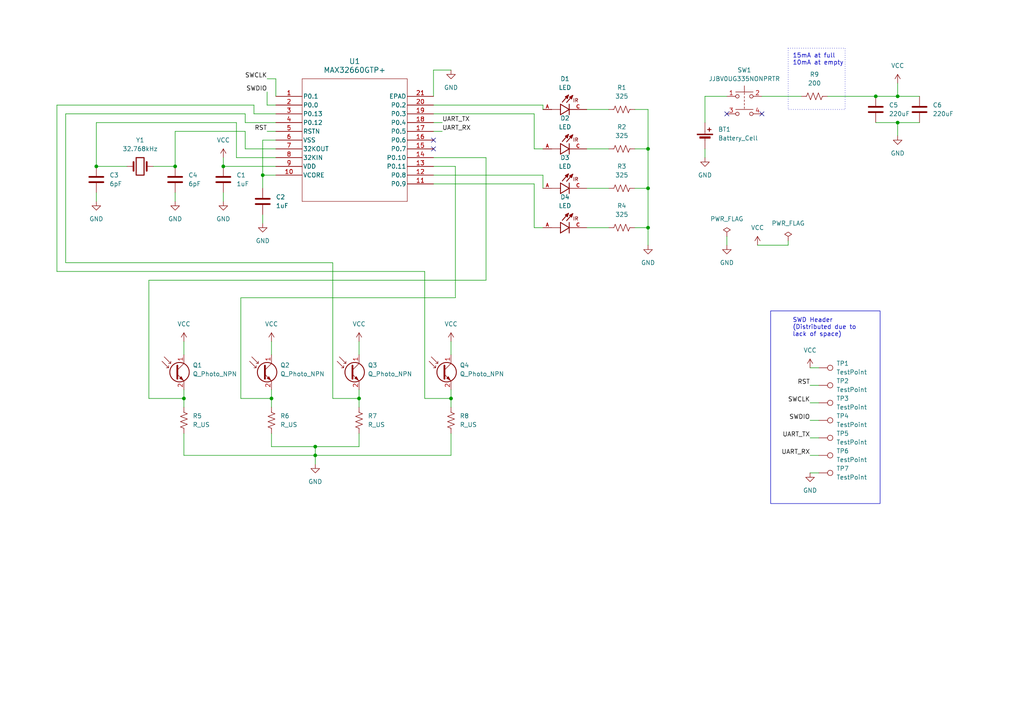
<source format=kicad_sch>
(kicad_sch (version 20230121) (generator eeschema)
  (paper "A4")
  (lib_symbols
    (symbol "Anthony_Personal:JJBV0UG335NONPRTR" (pin_names (offset 1.016) hide)
      (property "Reference" "SW" (at 1.27 2.54 0))
      (property "Value" "JJBV0UG335NONPRTR" (at 0 -6.858 0))
      (symbol "JJBV0UG335NONPRTR_0_1"
        (circle (center -2.032 -5.08) (radius 0.508))
        (circle (center -2.032 0) (radius 0.508))
        (polyline (pts (xy 0 -3.048) (xy 0 -3.556)))
        (polyline (pts (xy 0 -2.032) (xy 0 -2.54)))
        (polyline (pts (xy 0 -1.524) (xy 0 -1.016)))
        (polyline (pts (xy 0 -0.508) (xy 0 0)))
        (polyline (pts (xy 0 0.508) (xy 0 1.016)))
        (polyline (pts (xy 0 1.27) (xy 0 3.048)))
        (polyline (pts (xy 2.54 -3.81) (xy -2.54 -3.81)))
        (polyline (pts (xy 2.54 1.27) (xy -2.54 1.27)))
        (circle (center 2.032 -5.08) (radius 0.508))
        (circle (center 2.032 0) (radius 0.508))
        (pin passive line (at -5.08 0 0) (length 2.54) (name "1") (number "1"))
        (pin passive line (at 5.08 0 180) (length 2.54) (name "2") (number "2"))
        (pin passive line (at -5.08 -5.08 0) (length 2.54) (name "3") (number "3"))
        (pin passive line (at 5.08 -5.08 180) (length 2.54) (name "4") (number "4"))
      )
    )
    (symbol "Anthony_Personal:MAX32660GTP+" (pin_names (offset 0.254))
      (property "Reference" "U" (at 22.86 10.16 0))
      (property "Value" "MAX32660GTP+" (at 22.86 7.62 0))
      (symbol "MAX32660GTP+_0_1"
        (polyline (pts (xy 7.62 -30.48) (xy 38.1 -30.48)) (stroke (width 0.127)))
        (polyline (pts (xy 7.62 5.08) (xy 7.62 -30.48)) (stroke (width 0.127)))
        (polyline (pts (xy 38.1 -30.48) (xy 38.1 5.08)) (stroke (width 0.127)))
        (polyline (pts (xy 38.1 5.08) (xy 7.62 5.08)) (stroke (width 0.127)))
        (pin bidirectional line (at 0 0 0) (length 7.62) (name "P0.1") (number "1"))
        (pin unspecified line (at 0 -22.86 0) (length 7.62) (name "VCORE") (number "10"))
        (pin bidirectional line (at 45.72 -25.4 180) (length 7.62) (name "P0.9") (number "11"))
        (pin bidirectional line (at 45.72 -22.86 180) (length 7.62) (name "P0.8") (number "12"))
        (pin bidirectional line (at 45.72 -20.32 180) (length 7.62) (name "P0.11") (number "13"))
        (pin bidirectional line (at 45.72 -17.78 180) (length 7.62) (name "P0.10") (number "14"))
        (pin bidirectional line (at 45.72 -15.24 180) (length 7.62) (name "P0.7") (number "15"))
        (pin bidirectional line (at 45.72 -12.7 180) (length 7.62) (name "P0.6") (number "16"))
        (pin bidirectional line (at 45.72 -10.16 180) (length 7.62) (name "P0.5") (number "17"))
        (pin bidirectional line (at 45.72 -7.62 180) (length 7.62) (name "P0.4") (number "18"))
        (pin bidirectional line (at 45.72 -5.08 180) (length 7.62) (name "P0.3") (number "19"))
        (pin bidirectional line (at 0 -2.54 0) (length 7.62) (name "P0.0") (number "2"))
        (pin bidirectional line (at 45.72 -2.54 180) (length 7.62) (name "P0.2") (number "20"))
        (pin unspecified line (at 45.72 0 180) (length 7.62) (name "EPAD") (number "21"))
        (pin bidirectional line (at 0 -5.08 0) (length 7.62) (name "P0.13") (number "3"))
        (pin bidirectional line (at 0 -7.62 0) (length 7.62) (name "P0.12") (number "4"))
        (pin unspecified line (at 0 -10.16 0) (length 7.62) (name "RSTN") (number "5"))
        (pin power_out line (at 0 -12.7 0) (length 7.62) (name "VSS") (number "6"))
        (pin output line (at 0 -15.24 0) (length 7.62) (name "32KOUT") (number "7"))
        (pin bidirectional line (at 0 -17.78 0) (length 7.62) (name "32KIN") (number "8"))
        (pin power_in line (at 0 -20.32 0) (length 7.62) (name "VDD") (number "9"))
      )
    )
    (symbol "Anthony_Personal:VSMB10940" (pin_names (offset 1.016))
      (property "Reference" "D" (at -3.556 4.826 0))
      (property "Value" "VSMB10940" (at -3.556 -3.302 0))
      (symbol "VSMB10940_0_0"
        (polyline (pts (xy -2.54 -1.524) (xy 0 0)) (stroke (width 0.254)))
        (polyline (pts (xy -2.54 0) (xy -5.08 0)) (stroke (width 0.1524)))
        (polyline (pts (xy -2.54 0) (xy -2.54 -1.524)) (stroke (width 0.254)))
        (polyline (pts (xy -2.54 1.524) (xy -2.54 0)) (stroke (width 0.254)))
        (polyline (pts (xy -1.1176 3.683) (xy -0.2286 4.1656)) (stroke (width 0.254)))
        (polyline (pts (xy -0.9398 3.6068) (xy -0.7112 3.7592)) (stroke (width 0.254)))
        (polyline (pts (xy -0.5588 3.2004) (xy -1.1176 3.683)) (stroke (width 0.254)))
        (polyline (pts (xy -0.5588 3.2004) (xy -0.5334 3.937)) (stroke (width 0.254)))
        (polyline (pts (xy -0.5334 3.937) (xy -0.6604 3.937)) (stroke (width 0.254)))
        (polyline (pts (xy -0.2286 4.1656) (xy -2.0066 2.1336)) (stroke (width 0.254)))
        (polyline (pts (xy -0.2286 4.1656) (xy -0.5588 3.2004)) (stroke (width 0.254)))
        (polyline (pts (xy 0 0) (xy -2.54 1.524)) (stroke (width 0.254)))
        (polyline (pts (xy 0 1.524) (xy 0 -1.524)) (stroke (width 0.254)))
        (polyline (pts (xy 0.127 3.5814) (xy 1.016 4.064)) (stroke (width 0.254)))
        (polyline (pts (xy 0.3048 3.5052) (xy 0.5334 3.6576)) (stroke (width 0.254)))
        (polyline (pts (xy 0.6858 3.0988) (xy 0.127 3.5814)) (stroke (width 0.254)))
        (polyline (pts (xy 0.6858 3.0988) (xy 0.7112 3.8354)) (stroke (width 0.254)))
        (polyline (pts (xy 0.7112 3.8354) (xy 0.5842 3.8354)) (stroke (width 0.254)))
        (polyline (pts (xy 1.016 4.064) (xy -0.762 2.032)) (stroke (width 0.254)))
        (polyline (pts (xy 1.016 4.064) (xy 0.6858 3.0988)) (stroke (width 0.254)))
        (text "IR" (at 1.016 2.032 0) (effects (font (size 1.016 1.016)) (justify left bottom)))
        (pin passive line (at -7.62 0 0) (length 2.54) (name "~") (number "A"))
        (pin passive line (at 5.08 0 180) (length 5.08) (name "~") (number "C"))
      )
    )
    (symbol "Connector:TestPoint" (pin_numbers hide) (pin_names (offset 0.762) hide)
      (property "Reference" "TP" (at 0 6.858 0))
      (property "Value" "TestPoint" (at 0 5.08 0))
      (symbol "TestPoint_0_1"
        (circle (center 0 3.302) (radius 0.762))
      )
      (symbol "TestPoint_1_1"
        (pin passive line (at 0 0 90) (length 2.54) (name "1") (number "1"))
      )
    )
    (symbol "Device:Battery_Cell" (pin_numbers hide) (pin_names (offset 0) hide)
      (property "Reference" "BT" (at 2.54 2.54 0))
      (property "Value" "Battery_Cell" (at 2.54 0 0))
      (symbol "Battery_Cell_0_1"
        (rectangle (start -2.286 1.778) (end 2.286 1.524) (fill (type outline)))
        (rectangle (start -1.524 1.016) (end 1.524 0.508) (fill (type outline)))
        (polyline (pts (xy 0 0.762) (xy 0 0)))
        (polyline (pts (xy 0 1.778) (xy 0 2.54)))
        (polyline (pts (xy 0.762 3.048) (xy 1.778 3.048)) (stroke (width 0.254)))
        (polyline (pts (xy 1.27 3.556) (xy 1.27 2.54)) (stroke (width 0.254)))
      )
      (symbol "Battery_Cell_1_1"
        (pin passive line (at 0 5.08 270) (length 2.54) (name "+") (number "1"))
        (pin passive line (at 0 -2.54 90) (length 2.54) (name "-") (number "2"))
      )
    )
    (symbol "Device:C" (pin_numbers hide) (pin_names (offset 0.254))
      (property "Reference" "C" (at 0.635 2.54 0))
      (property "Value" "C" (at 0.635 -2.54 0))
      (symbol "C_0_1"
        (polyline (pts (xy -2.032 -0.762) (xy 2.032 -0.762)) (stroke (width 0.508)))
        (polyline (pts (xy -2.032 0.762) (xy 2.032 0.762)) (stroke (width 0.508)))
      )
      (symbol "C_1_1"
        (pin passive line (at 0 3.81 270) (length 2.794) (name "~") (number "1"))
        (pin passive line (at 0 -3.81 90) (length 2.794) (name "~") (number "2"))
      )
    )
    (symbol "Device:Crystal" (pin_numbers hide) (pin_names (offset 1.016) hide)
      (property "Reference" "Y" (at 0 3.81 0))
      (property "Value" "Crystal" (at 0 -3.81 0))
      (symbol "Crystal_0_1"
        (rectangle (start -1.143 2.54) (end 1.143 -2.54) (stroke (width 0.3048)))
        (polyline (pts (xy -2.54 0) (xy -1.905 0)))
        (polyline (pts (xy -1.905 -1.27) (xy -1.905 1.27)) (stroke (width 0.508)))
        (polyline (pts (xy 1.905 -1.27) (xy 1.905 1.27)) (stroke (width 0.508)))
        (polyline (pts (xy 2.54 0) (xy 1.905 0)))
      )
      (symbol "Crystal_1_1"
        (pin passive line (at -3.81 0 0) (length 1.27) (name "1") (number "1"))
        (pin passive line (at 3.81 0 180) (length 1.27) (name "2") (number "2"))
      )
    )
    (symbol "Device:Q_Photo_NPN" (pin_names (offset 0) hide)
      (property "Reference" "Q" (at 5.08 1.27 0))
      (property "Value" "Q_Photo_NPN" (at 5.08 -1.27 0))
      (symbol "Q_Photo_NPN_0_1"
        (polyline (pts (xy -1.905 1.27) (xy -2.54 1.27)))
        (polyline (pts (xy -1.27 2.54) (xy -1.905 2.54)))
        (polyline (pts (xy 0.635 0.635) (xy 2.54 2.54)))
        (polyline (pts (xy -3.81 3.175) (xy -1.905 1.27) (xy -1.905 1.905)))
        (polyline (pts (xy -3.175 4.445) (xy -1.27 2.54) (xy -1.27 3.175)))
        (polyline (pts (xy 0.635 -0.635) (xy 2.54 -2.54) (xy 2.54 -2.54)))
        (polyline (pts (xy 0.635 1.905) (xy 0.635 -1.905) (xy 0.635 -1.905)) (stroke (width 0.508)))
        (polyline (pts (xy 1.27 -1.778) (xy 1.778 -1.27) (xy 2.286 -2.286) (xy 1.27 -1.778) (xy 1.27 -1.778)) (fill (type outline)))
        (circle (center 1.27 0) (radius 2.8194) (stroke (width 0.254)))
      )
      (symbol "Q_Photo_NPN_1_1"
        (pin passive line (at 2.54 5.08 270) (length 2.54) (name "C") (number "1"))
        (pin passive line (at 2.54 -5.08 90) (length 2.54) (name "E") (number "2"))
      )
    )
    (symbol "Device:R_US" (pin_numbers hide) (pin_names (offset 0))
      (property "Reference" "R" (at 2.54 0 90))
      (property "Value" "R_US" (at -2.54 0 90))
      (symbol "R_US_0_1"
        (polyline (pts (xy 0 -2.286) (xy 0 -2.54)))
        (polyline (pts (xy 0 2.286) (xy 0 2.54)))
        (polyline (pts (xy 0 -0.762) (xy 1.016 -1.143) (xy 0 -1.524) (xy -1.016 -1.905) (xy 0 -2.286)))
        (polyline (pts (xy 0 0.762) (xy 1.016 0.381) (xy 0 0) (xy -1.016 -0.381) (xy 0 -0.762)))
        (polyline (pts (xy 0 2.286) (xy 1.016 1.905) (xy 0 1.524) (xy -1.016 1.143) (xy 0 0.762)))
      )
      (symbol "R_US_1_1"
        (pin passive line (at 0 3.81 270) (length 1.27) (name "~") (number "1"))
        (pin passive line (at 0 -3.81 90) (length 1.27) (name "~") (number "2"))
      )
    )
    (symbol "power:GND" (power) (pin_names (offset 0))
      (property "Value" "GND" (at 0 -3.81 0))
      (symbol "GND_0_1"
        (polyline (pts (xy 0 0) (xy 0 -1.27) (xy 1.27 -1.27) (xy 0 -2.54) (xy -1.27 -1.27) (xy 0 -1.27)))
      )
      (symbol "GND_1_1"
        (pin power_in line (at 0 0 270) (length 0) hide (name "GND") (number "1"))
      )
    )
    (symbol "power:PWR_FLAG" (power) (pin_numbers hide) (pin_names (offset 0) hide)
      (property "Value" "PWR_FLAG" (at 0 3.81 0))
      (symbol "PWR_FLAG_0_0"
        (pin power_out line (at 0 0 90) (length 0) (name "pwr") (number "1"))
      )
      (symbol "PWR_FLAG_0_1"
        (polyline (pts (xy 0 0) (xy 0 1.27) (xy -1.016 1.905) (xy 0 2.54) (xy 1.016 1.905) (xy 0 1.27)))
      )
    )
    (symbol "power:VCC" (power) (pin_names (offset 0))
      (property "Value" "VCC" (at 0 3.81 0))
      (symbol "VCC_0_1"
        (polyline (pts (xy -0.762 1.27) (xy 0 2.54)))
        (polyline (pts (xy 0 0) (xy 0 2.54)))
        (polyline (pts (xy 0 2.54) (xy 0.762 1.27)))
      )
      (symbol "VCC_1_1"
        (pin power_in line (at 0 0 90) (length 0) hide (name "VCC") (number "1"))
      )
    )
  )
  (junction (at 260.35 35.56))
  (junction (at 104.14 115.57))
  (junction (at 50.8 48.26))
  (junction (at 91.44 132.08))
  (junction (at 187.96 54.61))
  (junction (at 64.77 48.26))
  (junction (at 187.96 66.04))
  (junction (at 53.34 115.57))
  (junction (at 78.74 115.57))
  (junction (at 130.81 115.57))
  (junction (at 76.2 50.8))
  (junction (at 187.96 43.18))
  (junction (at 27.94 48.26))
  (junction (at 91.44 129.54))
  (junction (at 254 27.94))
  (junction (at 260.35 27.94))
  (no_connect (at 220.98 33.02))
  (no_connect (at 210.82 33.02))
  (no_connect (at 125.73 43.18))
  (no_connect (at 125.73 40.64))
  (wire (pts (xy 125.73 48.26) (xy 132.08 48.26)))
  (wire (pts (xy 170.18 54.61) (xy 176.53 54.61)))
  (wire (pts (xy 125.73 45.72) (xy 140.97 45.72)))
  (wire (pts (xy 234.95 132.08) (xy 237.49 132.08)))
  (wire (pts (xy 170.18 66.04) (xy 176.53 66.04)))
  (wire (pts (xy 76.2 62.23) (xy 76.2 64.77)))
  (wire (pts (xy 71.12 43.18) (xy 71.12 38.1)))
  (wire (pts (xy 71.12 35.56) (xy 71.12 33.02)))
  (wire (pts (xy 234.95 111.76) (xy 237.49 111.76)))
  (wire (pts (xy 260.35 24.13) (xy 260.35 27.94)))
  (wire (pts (xy 104.14 99.06) (xy 104.14 102.87)))
  (wire (pts (xy 69.85 115.57) (xy 78.74 115.57)))
  (wire (pts (xy 80.01 43.18) (xy 71.12 43.18)))
  (wire (pts (xy 78.74 125.73) (xy 78.74 129.54)))
  (wire (pts (xy 53.34 125.73) (xy 53.34 132.08)))
  (wire (pts (xy 154.94 66.04) (xy 157.48 66.04)))
  (wire (pts (xy 123.19 115.57) (xy 130.81 115.57)))
  (wire (pts (xy 130.81 113.03) (xy 130.81 115.57)))
  (wire (pts (xy 220.98 27.94) (xy 232.41 27.94)))
  (wire (pts (xy 254 35.56) (xy 260.35 35.56)))
  (wire (pts (xy 204.47 35.56) (xy 204.47 27.94)))
  (wire (pts (xy 260.35 35.56) (xy 260.35 39.37)))
  (wire (pts (xy 157.48 50.8) (xy 157.48 54.61)))
  (wire (pts (xy 16.51 78.74) (xy 123.19 78.74)))
  (wire (pts (xy 154.94 33.02) (xy 154.94 43.18)))
  (wire (pts (xy 125.73 35.56) (xy 128.27 35.56)))
  (wire (pts (xy 78.74 99.06) (xy 78.74 102.87)))
  (wire (pts (xy 234.95 116.84) (xy 237.49 116.84)))
  (wire (pts (xy 104.14 125.73) (xy 104.14 129.54)))
  (wire (pts (xy 130.81 115.57) (xy 130.81 118.11)))
  (wire (pts (xy 187.96 54.61) (xy 187.96 66.04)))
  (wire (pts (xy 53.34 113.03) (xy 53.34 115.57)))
  (wire (pts (xy 104.14 115.57) (xy 104.14 118.11)))
  (wire (pts (xy 64.77 45.72) (xy 64.77 48.26)))
  (wire (pts (xy 76.2 40.64) (xy 76.2 50.8)))
  (wire (pts (xy 234.95 127) (xy 237.49 127)))
  (wire (pts (xy 219.71 71.12) (xy 228.6 71.12)))
  (wire (pts (xy 80.01 33.02) (xy 73.66 33.02)))
  (wire (pts (xy 78.74 129.54) (xy 91.44 129.54)))
  (wire (pts (xy 184.15 43.18) (xy 187.96 43.18)))
  (wire (pts (xy 170.18 43.18) (xy 176.53 43.18)))
  (wire (pts (xy 68.58 45.72) (xy 68.58 35.56)))
  (wire (pts (xy 77.47 26.67) (xy 77.47 30.48)))
  (wire (pts (xy 187.96 43.18) (xy 187.96 54.61)))
  (wire (pts (xy 130.81 99.06) (xy 130.81 102.87)))
  (wire (pts (xy 130.81 132.08) (xy 91.44 132.08)))
  (wire (pts (xy 50.8 38.1) (xy 50.8 48.26)))
  (wire (pts (xy 154.94 53.34) (xy 154.94 66.04)))
  (wire (pts (xy 157.48 30.48) (xy 157.48 31.75)))
  (wire (pts (xy 71.12 33.02) (xy 19.05 33.02)))
  (wire (pts (xy 76.2 50.8) (xy 80.01 50.8)))
  (wire (pts (xy 130.81 125.73) (xy 130.81 132.08)))
  (wire (pts (xy 77.47 30.48) (xy 80.01 30.48)))
  (wire (pts (xy 80.01 45.72) (xy 68.58 45.72)))
  (wire (pts (xy 53.34 132.08) (xy 91.44 132.08)))
  (wire (pts (xy 76.2 54.61) (xy 76.2 50.8)))
  (wire (pts (xy 125.73 27.94) (xy 125.73 20.32)))
  (wire (pts (xy 125.73 20.32) (xy 130.81 20.32)))
  (wire (pts (xy 125.73 33.02) (xy 154.94 33.02)))
  (wire (pts (xy 44.45 48.26) (xy 50.8 48.26)))
  (wire (pts (xy 234.95 106.68) (xy 237.49 106.68)))
  (wire (pts (xy 260.35 27.94) (xy 266.7 27.94)))
  (wire (pts (xy 187.96 66.04) (xy 187.96 71.12)))
  (wire (pts (xy 132.08 86.36) (xy 69.85 86.36)))
  (wire (pts (xy 80.01 40.64) (xy 76.2 40.64)))
  (wire (pts (xy 234.95 121.92) (xy 237.49 121.92)))
  (wire (pts (xy 132.08 48.26) (xy 132.08 86.36)))
  (wire (pts (xy 69.85 86.36) (xy 69.85 115.57)))
  (wire (pts (xy 125.73 30.48) (xy 157.48 30.48)))
  (wire (pts (xy 187.96 31.75) (xy 187.96 43.18)))
  (wire (pts (xy 19.05 33.02) (xy 19.05 76.2)))
  (wire (pts (xy 77.47 38.1) (xy 80.01 38.1)))
  (wire (pts (xy 91.44 129.54) (xy 91.44 132.08)))
  (wire (pts (xy 140.97 45.72) (xy 140.97 81.28)))
  (wire (pts (xy 27.94 48.26) (xy 36.83 48.26)))
  (wire (pts (xy 73.66 33.02) (xy 73.66 30.48)))
  (wire (pts (xy 228.6 71.12) (xy 228.6 69.85)))
  (wire (pts (xy 43.18 81.28) (xy 43.18 115.57)))
  (wire (pts (xy 16.51 30.48) (xy 16.51 78.74)))
  (wire (pts (xy 184.15 66.04) (xy 187.96 66.04)))
  (wire (pts (xy 50.8 55.88) (xy 50.8 58.42)))
  (wire (pts (xy 184.15 31.75) (xy 187.96 31.75)))
  (wire (pts (xy 123.19 78.74) (xy 123.19 115.57)))
  (wire (pts (xy 104.14 129.54) (xy 91.44 129.54)))
  (wire (pts (xy 210.82 68.58) (xy 210.82 71.12)))
  (wire (pts (xy 78.74 115.57) (xy 78.74 118.11)))
  (wire (pts (xy 53.34 99.06) (xy 53.34 102.87)))
  (wire (pts (xy 27.94 55.88) (xy 27.94 58.42)))
  (wire (pts (xy 73.66 30.48) (xy 16.51 30.48)))
  (wire (pts (xy 204.47 27.94) (xy 210.82 27.94)))
  (wire (pts (xy 125.73 38.1) (xy 128.27 38.1)))
  (wire (pts (xy 96.52 115.57) (xy 104.14 115.57)))
  (wire (pts (xy 104.14 113.03) (xy 104.14 115.57)))
  (wire (pts (xy 64.77 48.26) (xy 80.01 48.26)))
  (wire (pts (xy 64.77 55.88) (xy 64.77 58.42)))
  (wire (pts (xy 53.34 115.57) (xy 53.34 118.11)))
  (wire (pts (xy 170.18 31.75) (xy 176.53 31.75)))
  (wire (pts (xy 154.94 43.18) (xy 157.48 43.18)))
  (wire (pts (xy 125.73 50.8) (xy 157.48 50.8)))
  (wire (pts (xy 71.12 38.1) (xy 50.8 38.1)))
  (wire (pts (xy 43.18 115.57) (xy 53.34 115.57)))
  (wire (pts (xy 240.03 27.94) (xy 254 27.94)))
  (wire (pts (xy 91.44 132.08) (xy 91.44 134.62)))
  (wire (pts (xy 254 27.94) (xy 260.35 27.94)))
  (wire (pts (xy 204.47 43.18) (xy 204.47 45.72)))
  (wire (pts (xy 125.73 53.34) (xy 154.94 53.34)))
  (wire (pts (xy 140.97 81.28) (xy 43.18 81.28)))
  (wire (pts (xy 234.95 137.16) (xy 237.49 137.16)))
  (wire (pts (xy 184.15 54.61) (xy 187.96 54.61)))
  (wire (pts (xy 260.35 35.56) (xy 266.7 35.56)))
  (wire (pts (xy 19.05 76.2) (xy 96.52 76.2)))
  (wire (pts (xy 68.58 35.56) (xy 27.94 35.56)))
  (wire (pts (xy 77.47 22.86) (xy 80.01 22.86)))
  (wire (pts (xy 80.01 22.86) (xy 80.01 27.94)))
  (wire (pts (xy 78.74 113.03) (xy 78.74 115.57)))
  (wire (pts (xy 96.52 76.2) (xy 96.52 115.57)))
  (wire (pts (xy 27.94 35.56) (xy 27.94 48.26)))
  (wire (pts (xy 80.01 35.56) (xy 71.12 35.56)))
  (rectangle (start 228.6 13.97) (end 245.11 31.75) (stroke (width 0) (type dot)))
  (rectangle (start 223.52 90.17) (end 255.27 146.05))
  (text "15mA at full\n10mA at empty" (at 229.87 19.05 0) (effects (font (size 1.27 1.27)) (justify left bottom)))
  (text "SWD Header\n(Distributed due to\nlack of space)" (at 229.87 97.79 0) (effects (font (size 1.27 1.27)) (justify left bottom)))
  (label "UART_TX" (at 128.27 35.56 0))
  (label "RST" (at 234.95 111.76 180))
  (label "SWCLK" (at 234.95 116.84 180))
  (label "SWCLK" (at 77.47 22.86 180))
  (label "UART_RX" (at 234.95 132.08 180))
  (label "UART_TX" (at 234.95 127 180))
  (label "UART_RX" (at 128.27 38.1 0))
  (label "RST" (at 77.47 38.1 180))
  (label "SWDIO" (at 234.95 121.92 180))
  (label "SWDIO" (at 77.47 26.67 180))
  (symbol (lib_id "Connector:TestPoint") (at 237.49 121.92 270) (unit 1)
    (property "Reference" "TP4" (at 242.57 120.65 90) (effects (justify left)))
    (property "Value" "TestPoint" (at 242.57 123.19 90) (effects (justify left)))
    (property "Footprint" "TestPoint:TestPoint_Pad_D1.0mm" (effects hide))
  )
  (symbol (lib_id "power:GND") (at 64.77 58.42 0) (unit 1)
    (property "Reference" "#PWR02" (effects hide))
    (property "Value" "GND" (at 64.77 63.5 0))
  )
  (symbol (lib_id "Connector:TestPoint") (at 237.49 132.08 270) (unit 1)
    (property "Reference" "TP6" (at 242.57 130.81 90) (effects (justify left)))
    (property "Value" "TestPoint" (at 242.57 133.35 90) (effects (justify left)))
    (property "Footprint" "TestPoint:TestPoint_Pad_D1.0mm" (effects hide))
  )
  (symbol (lib_id "power:GND") (at 91.44 134.62 0) (unit 1)
    (property "Reference" "#PWR010" (effects hide))
    (property "Value" "GND" (at 91.44 139.7 0))
  )
  (symbol (lib_id "power:GND") (at 260.35 39.37 0) (unit 1)
    (property "Reference" "#PWR019" (effects hide))
    (property "Value" "GND" (at 260.35 44.45 0))
  )
  (symbol (lib_id "Device:Q_Photo_NPN") (at 128.27 107.95 0) (unit 1)
    (property "Reference" "Q4" (at 133.35 105.9307 0) (effects (justify left)))
    (property "Value" "Q_Photo_NPN" (at 133.35 108.4707 0) (effects (justify left)))
    (property "Footprint" "Diode_SMD:D_1206_3216Metric" (effects hide))
  )
  (symbol (lib_id "power:GND") (at 130.81 20.32 0) (unit 1)
    (property "Reference" "#PWR06" (effects hide))
    (property "Value" "GND" (at 130.81 25.4 0))
  )
  (symbol (lib_id "Device:R_US") (at 180.34 66.04 90) (unit 1)
    (property "Reference" "R4" (at 180.34 59.69 90))
    (property "Value" "325" (at 180.34 62.23 90))
    (property "Footprint" "Resistor_SMD:R_0805_2012Metric" (effects hide))
  )
  (symbol (lib_id "Device:R_US") (at 53.34 121.92 180) (unit 1)
    (property "Reference" "R5" (at 55.88 120.65 0) (effects (justify right)))
    (property "Value" "R_US" (at 55.88 123.19 0) (effects (justify right)))
    (property "Footprint" "Resistor_SMD:R_0805_2012Metric" (effects hide))
  )
  (symbol (lib_id "Device:Q_Photo_NPN") (at 76.2 107.95 0) (unit 1)
    (property "Reference" "Q2" (at 81.28 105.9307 0) (effects (justify left)))
    (property "Value" "Q_Photo_NPN" (at 81.28 108.4707 0) (effects (justify left)))
    (property "Footprint" "Diode_SMD:D_1206_3216Metric" (effects hide))
  )
  (symbol (lib_id "power:VCC") (at 64.77 45.72 0) (unit 1)
    (property "Reference" "#PWR08" (effects hide))
    (property "Value" "VCC" (at 64.77 40.64 0))
  )
  (symbol (lib_id "Anthony_Personal:JJBV0UG335NONPRTR") (at 215.9 27.94 0) (unit 1)
    (property "Reference" "SW1" (at 215.9 20.32 0))
    (property "Value" "JJBV0UG335NONPRTR" (at 215.9 22.86 0))
    (property "Footprint" "Anthony Personal:JJBV0UG335NONPRTR" (effects hide))
    (property "Datasheet" "https://www.te.com/commerce/DocumentDelivery/DDEController?Action=srchrtrv&DocNm=2331378-1&DocType=DS&DocLang=English" (effects hide))
  )
  (symbol (lib_id "power:VCC") (at 234.95 106.68 0) (unit 1)
    (property "Reference" "#PWR016" (effects hide))
    (property "Value" "VCC" (at 234.95 101.6 0))
  )
  (symbol (lib_id "Connector:TestPoint") (at 237.49 116.84 270) (unit 1)
    (property "Reference" "TP3" (at 242.57 115.57 90) (effects (justify left)))
    (property "Value" "TestPoint" (at 242.57 118.11 90) (effects (justify left)))
    (property "Footprint" "TestPoint:TestPoint_Pad_D1.0mm" (effects hide))
  )
  (symbol (lib_id "power:VCC") (at 78.74 99.06 0) (unit 1)
    (property "Reference" "#PWR012" (effects hide))
    (property "Value" "VCC" (at 78.74 93.98 0))
  )
  (symbol (lib_id "power:VCC") (at 53.34 99.06 0) (unit 1)
    (property "Reference" "#PWR011" (effects hide))
    (property "Value" "VCC" (at 53.34 93.98 0))
  )
  (symbol (lib_id "Device:R_US") (at 180.34 43.18 90) (unit 1)
    (property "Reference" "R2" (at 180.34 36.83 90))
    (property "Value" "325" (at 180.34 39.37 90))
    (property "Footprint" "Resistor_SMD:R_0805_2012Metric" (effects hide))
  )
  (symbol (lib_id "Device:Crystal") (at 40.64 48.26 0) (unit 1)
    (property "Reference" "Y1" (at 40.64 40.64 0))
    (property "Value" "32.768kHz" (at 40.64 43.18 0))
    (property "Footprint" "Crystal:Crystal_SMD_3215-2Pin_3.2x1.5mm" (effects hide))
  )
  (symbol (lib_id "Device:Q_Photo_NPN") (at 50.8 107.95 0) (unit 1)
    (property "Reference" "Q1" (at 55.88 105.9307 0) (effects (justify left)))
    (property "Value" "Q_Photo_NPN" (at 55.88 108.4707 0) (effects (justify left)))
    (property "Footprint" "Diode_SMD:D_1206_3216Metric" (effects hide))
  )
  (symbol (lib_id "power:VCC") (at 130.81 99.06 0) (unit 1)
    (property "Reference" "#PWR014" (effects hide))
    (property "Value" "VCC" (at 130.81 93.98 0))
  )
  (symbol (lib_id "Device:R_US") (at 236.22 27.94 90) (unit 1)
    (property "Reference" "R9" (at 236.22 21.59 90))
    (property "Value" "200" (at 236.22 24.13 90))
    (property "Footprint" "Resistor_SMD:R_0805_2012Metric" (effects hide))
  )
  (symbol (lib_id "Connector:TestPoint") (at 237.49 106.68 270) (unit 1)
    (property "Reference" "TP1" (at 242.57 105.41 90) (effects (justify left)))
    (property "Value" "TestPoint" (at 242.57 107.95 90) (effects (justify left)))
    (property "Footprint" "TestPoint:TestPoint_Pad_D1.0mm" (effects hide))
  )
  (symbol (lib_id "Anthony_Personal:VSMB10940") (at 165.1 31.75 0) (unit 1)
    (property "Reference" "D1" (at 163.8687 22.86 0))
    (property "Value" "LED" (at 163.8687 25.4 0))
    (property "Footprint" "Anthony Personal:DIO_VSMB10940" (effects hide))
    (property "PARTREV" "1.1" (effects hide))
    (property "STANDARD" "Manufacturer Recommendations" (effects hide))
    (property "MAXIMUM_PACKAGE_HEIGHT" "1.00mm" (effects hide))
    (property "MANUFACTURER" "VISHAY" (effects hide))
  )
  (symbol (lib_id "Device:R_US") (at 78.74 121.92 180) (unit 1)
    (property "Reference" "R6" (at 81.28 120.65 0) (effects (justify right)))
    (property "Value" "R_US" (at 81.28 123.19 0) (effects (justify right)))
    (property "Footprint" "Resistor_SMD:R_0805_2012Metric" (effects hide))
  )
  (symbol (lib_id "power:VCC") (at 104.14 99.06 0) (unit 1)
    (property "Reference" "#PWR013" (effects hide))
    (property "Value" "VCC" (at 104.14 93.98 0))
  )
  (symbol (lib_id "power:GND") (at 76.2 64.77 0) (unit 1)
    (property "Reference" "#PWR01" (effects hide))
    (property "Value" "GND" (at 76.2 69.85 0))
  )
  (symbol (lib_id "Connector:TestPoint") (at 237.49 111.76 270) (unit 1)
    (property "Reference" "TP2" (at 242.57 110.49 90) (effects (justify left)))
    (property "Value" "TestPoint" (at 242.57 113.03 90) (effects (justify left)))
    (property "Footprint" "TestPoint:TestPoint_Pad_D1.0mm" (effects hide))
  )
  (symbol (lib_id "power:PWR_FLAG") (at 228.6 69.85 0) (unit 1)
    (property "Reference" "#FLG02" (effects hide))
    (property "Value" "PWR_FLAG" (at 228.6 64.77 0))
  )
  (symbol (lib_id "power:GND") (at 204.47 45.72 0) (unit 1)
    (property "Reference" "#PWR03" (effects hide))
    (property "Value" "GND" (at 204.47 50.8 0))
  )
  (symbol (lib_id "Connector:TestPoint") (at 237.49 127 270) (unit 1)
    (property "Reference" "TP5" (at 242.57 125.73 90) (effects (justify left)))
    (property "Value" "TestPoint" (at 242.57 128.27 90) (effects (justify left)))
    (property "Footprint" "TestPoint:TestPoint_Pad_D1.0mm" (effects hide))
  )
  (symbol (lib_id "power:VCC") (at 219.71 71.12 0) (unit 1)
    (property "Reference" "#PWR018" (effects hide))
    (property "Value" "VCC" (at 219.71 66.04 0))
  )
  (symbol (lib_id "Anthony_Personal:MAX32660GTP+") (at 80.01 27.94 0) (unit 1)
    (property "Reference" "U1" (at 102.87 17.78 0) (effects (font (size 1.524 1.524))))
    (property "Value" "MAX32660GTP+" (at 102.87 20.32 0) (effects (font (size 1.524 1.524))))
    (property "Footprint" "Anthony Personal:21-0139V_T2044&plus_5_MXM" (effects hide))
    (property "Datasheet" "https://www.analog.com/media/en/technical-documentation/data-sheets/max32660.pdf" (effects hide))
  )
  (symbol (lib_id "Anthony_Personal:VSMB10940") (at 165.1 43.18 0) (unit 1)
    (property "Reference" "D2" (at 163.8687 34.29 0))
    (property "Value" "LED" (at 163.8687 36.83 0))
    (property "Footprint" "Anthony Personal:DIO_VSMB10940" (effects hide))
    (property "PARTREV" "1.1" (effects hide))
    (property "STANDARD" "Manufacturer Recommendations" (effects hide))
    (property "MAXIMUM_PACKAGE_HEIGHT" "1.00mm" (effects hide))
    (property "MANUFACTURER" "VISHAY" (effects hide))
  )
  (symbol (lib_id "Device:C") (at 50.8 52.07 0) (unit 1)
    (property "Reference" "C4" (at 54.61 50.8 0) (effects (justify left)))
    (property "Value" "6pF" (at 54.61 53.34 0) (effects (justify left)))
    (property "Footprint" "Capacitor_SMD:C_0805_2012Metric" (effects hide))
  )
  (symbol (lib_id "Device:Q_Photo_NPN") (at 101.6 107.95 0) (unit 1)
    (property "Reference" "Q3" (at 106.68 105.9307 0) (effects (justify left)))
    (property "Value" "Q_Photo_NPN" (at 106.68 108.4707 0) (effects (justify left)))
    (property "Footprint" "Diode_SMD:D_1206_3216Metric" (effects hide))
  )
  (symbol (lib_id "Device:R_US") (at 180.34 54.61 90) (unit 1)
    (property "Reference" "R3" (at 180.34 48.26 90))
    (property "Value" "325" (at 180.34 50.8 90))
    (property "Footprint" "Resistor_SMD:R_0805_2012Metric" (effects hide))
  )
  (symbol (lib_id "power:GND") (at 27.94 58.42 0) (unit 1)
    (property "Reference" "#PWR04" (effects hide))
    (property "Value" "GND" (at 27.94 63.5 0))
  )
  (symbol (lib_id "Device:Battery_Cell") (at 204.47 40.64 0) (unit 1)
    (property "Reference" "BT1" (at 208.28 37.5285 0) (effects (justify left)))
    (property "Value" "Battery_Cell" (at 208.28 40.0685 0) (effects (justify left)))
    (property "Footprint" "Anthony Personal:BC-2600_slim" (effects hide))
  )
  (symbol (lib_id "power:GND") (at 187.96 71.12 0) (unit 1)
    (property "Reference" "#PWR09" (effects hide))
    (property "Value" "GND" (at 187.96 76.2 0))
  )
  (symbol (lib_id "Device:C") (at 266.7 31.75 0) (unit 1)
    (property "Reference" "C6" (at 270.51 30.48 0) (effects (justify left)))
    (property "Value" "220uF" (at 270.51 33.02 0) (effects (justify left)))
    (property "Footprint" "Capacitor_SMD:C_1206_3216Metric" (effects hide))
  )
  (symbol (lib_id "Device:C") (at 76.2 58.42 0) (unit 1)
    (property "Reference" "C2" (at 80.01 57.15 0) (effects (justify left)))
    (property "Value" "1uF" (at 80.01 59.69 0) (effects (justify left)))
    (property "Footprint" "Capacitor_SMD:C_0805_2012Metric" (effects hide))
  )
  (symbol (lib_id "power:GND") (at 234.95 137.16 0) (unit 1)
    (property "Reference" "#PWR015" (effects hide))
    (property "Value" "GND" (at 234.95 142.24 0))
  )
  (symbol (lib_id "Anthony_Personal:VSMB10940") (at 165.1 54.61 0) (unit 1)
    (property "Reference" "D3" (at 163.8687 45.72 0))
    (property "Value" "LED" (at 163.8687 48.26 0))
    (property "Footprint" "Anthony Personal:DIO_VSMB10940" (effects hide))
    (property "PARTREV" "1.1" (effects hide))
    (property "STANDARD" "Manufacturer Recommendations" (effects hide))
    (property "MAXIMUM_PACKAGE_HEIGHT" "1.00mm" (effects hide))
    (property "MANUFACTURER" "VISHAY" (effects hide))
  )
  (symbol (lib_id "Device:R_US") (at 180.34 31.75 90) (unit 1)
    (property "Reference" "R1" (at 180.34 25.4 90))
    (property "Value" "325" (at 180.34 27.94 90))
    (property "Footprint" "Resistor_SMD:R_0805_2012Metric" (effects hide))
  )
  (symbol (lib_id "Device:C") (at 27.94 52.07 0) (unit 1)
    (property "Reference" "C3" (at 31.75 50.8 0) (effects (justify left)))
    (property "Value" "6pF" (at 31.75 53.34 0) (effects (justify left)))
    (property "Footprint" "Capacitor_SMD:C_0805_2012Metric" (effects hide))
  )
  (symbol (lib_id "Device:C") (at 64.77 52.07 0) (unit 1)
    (property "Reference" "C1" (at 68.58 50.8 0) (effects (justify left)))
    (property "Value" "1uF" (at 68.58 53.34 0) (effects (justify left)))
    (property "Footprint" "Capacitor_SMD:C_0805_2012Metric" (effects hide))
  )
  (symbol (lib_id "power:GND") (at 50.8 58.42 0) (unit 1)
    (property "Reference" "#PWR05" (effects hide))
    (property "Value" "GND" (at 50.8 63.5 0))
  )
  (symbol (lib_id "power:GND") (at 210.82 71.12 0) (unit 1)
    (property "Reference" "#PWR017" (effects hide))
    (property "Value" "GND" (at 210.82 76.2 0))
  )
  (symbol (lib_id "Device:C") (at 254 31.75 0) (unit 1)
    (property "Reference" "C5" (at 257.81 30.48 0) (effects (justify left)))
    (property "Value" "220uF" (at 257.81 33.02 0) (effects (justify left)))
    (property "Footprint" "Capacitor_SMD:C_1206_3216Metric" (effects hide))
  )
  (symbol (lib_id "power:VCC") (at 260.35 24.13 0) (unit 1)
    (property "Reference" "#PWR07" (effects hide))
    (property "Value" "VCC" (at 260.35 19.05 0))
  )
  (symbol (lib_id "Device:R_US") (at 104.14 121.92 180) (unit 1)
    (property "Reference" "R7" (at 106.68 120.65 0) (effects (justify right)))
    (property "Value" "R_US" (at 106.68 123.19 0) (effects (justify right)))
    (property "Footprint" "Resistor_SMD:R_0805_2012Metric" (effects hide))
  )
  (symbol (lib_id "Connector:TestPoint") (at 237.49 137.16 270) (unit 1)
    (property "Reference" "TP7" (at 242.57 135.89 90) (effects (justify left)))
    (property "Value" "TestPoint" (at 242.57 138.43 90) (effects (justify left)))
    (property "Footprint" "TestPoint:TestPoint_Pad_D1.0mm" (effects hide))
  )
  (symbol (lib_id "Anthony_Personal:VSMB10940") (at 165.1 66.04 0) (unit 1)
    (property "Reference" "D4" (at 163.8687 57.15 0))
    (property "Value" "LED" (at 163.8687 59.69 0))
    (property "Footprint" "Anthony Personal:DIO_VSMB10940" (effects hide))
    (property "PARTREV" "1.1" (effects hide))
    (property "STANDARD" "Manufacturer Recommendations" (effects hide))
    (property "MAXIMUM_PACKAGE_HEIGHT" "1.00mm" (effects hide))
    (property "MANUFACTURER" "VISHAY" (effects hide))
  )
  (symbol (lib_id "Device:R_US") (at 130.81 121.92 180) (unit 1)
    (property "Reference" "R8" (at 133.35 120.65 0) (effects (justify right)))
    (property "Value" "R_US" (at 133.35 123.19 0) (effects (justify right)))
    (property "Footprint" "Resistor_SMD:R_0805_2012Metric" (effects hide))
  )
  (symbol (lib_id "power:PWR_FLAG") (at 210.82 68.58 0) (unit 1)
    (property "Reference" "#FLG01" (effects hide))
    (property "Value" "PWR_FLAG" (at 210.82 63.5 0))
  )
)
</source>
